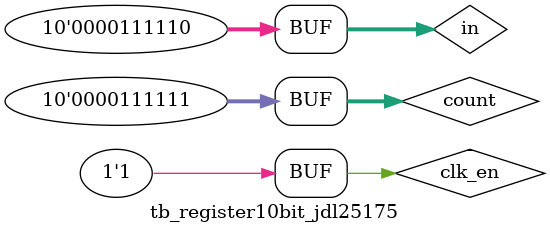
<source format=v>

`timescale 1ns/100ps

module tb_register10bit_jdl25175();
    reg clk_en;
    reg [9:0] in;
    reg [9:0] count;
    wire clk_out;
    wire [9:0] out;


    clk #(30) M1(clk_en, clk_out);
    register10bit_jdl25175 rgstr(clk_out, in, out);

    initial begin
        clk_en = 1'b1;
        in = 10'd1023;
        #20;
        for(count = 10'd0; count < 10'd63; count = count + 10'd1) begin
            in = count;
            #20;
        end
    end

endmodule
</source>
